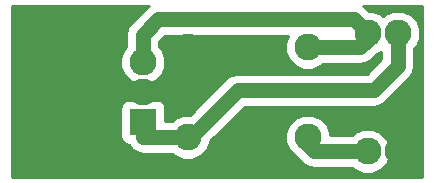
<source format=gbr>
G04 #@! TF.FileFunction,Copper,L2,Bot,Signal*
%FSLAX46Y46*%
G04 Gerber Fmt 4.6, Leading zero omitted, Abs format (unit mm)*
G04 Created by KiCad (PCBNEW 4.0.1-3.201512221401+6198~38~ubuntu15.10.1-stable) date mié 20 ene 2016 14:41:45 CET*
%MOMM*%
G01*
G04 APERTURE LIST*
%ADD10C,0.100000*%
%ADD11R,2.286000X2.286000*%
%ADD12C,2.286000*%
%ADD13C,1.270000*%
%ADD14C,0.250000*%
%ADD15C,0.254000*%
G04 APERTURE END LIST*
D10*
D11*
X139700000Y-109220000D03*
D12*
X139700000Y-106680000D03*
X139700000Y-104140000D03*
X158750000Y-111680000D03*
X161290000Y-111680000D03*
X161290000Y-101680000D03*
X158780000Y-101680000D03*
X143510000Y-102870000D03*
X153670000Y-102870000D03*
X143510000Y-110490000D03*
X153670000Y-110490000D03*
D13*
X153670000Y-110490000D02*
X153670000Y-111170000D01*
X153670000Y-111170000D02*
X154180000Y-111680000D01*
X154180000Y-111680000D02*
X158750000Y-111680000D01*
D14*
X158670000Y-111760000D02*
X158750000Y-111680000D01*
D13*
X143510000Y-110490000D02*
X143760000Y-110490000D01*
X143760000Y-110490000D02*
X147750000Y-106500000D01*
X161290000Y-104460000D02*
X161290000Y-101680000D01*
X159250000Y-106500000D02*
X161290000Y-104460000D01*
X147750000Y-106500000D02*
X159250000Y-106500000D01*
X139700000Y-109220000D02*
X139700000Y-110450000D01*
X139740000Y-110490000D02*
X143510000Y-110490000D01*
X139700000Y-110450000D02*
X139740000Y-110490000D01*
D14*
X161290000Y-101680000D02*
X161290000Y-101600000D01*
D13*
X153670000Y-102870000D02*
X158130000Y-102870000D01*
X158130000Y-102870000D02*
X158780000Y-102220000D01*
X158780000Y-102220000D02*
X158780000Y-101680000D01*
X139700000Y-104140000D02*
X139700000Y-101800000D01*
X157600000Y-100500000D02*
X158780000Y-101680000D01*
X141000000Y-100500000D02*
X157600000Y-100500000D01*
X139700000Y-101800000D02*
X141000000Y-100500000D01*
D15*
G36*
X140012172Y-99512172D02*
X138712172Y-100812172D01*
X138409340Y-101265391D01*
X138303000Y-101800000D01*
X138303000Y-102842835D01*
X138085961Y-103059495D01*
X137795332Y-103759410D01*
X137794670Y-104517265D01*
X138084078Y-105217686D01*
X138619495Y-105754039D01*
X139319410Y-106044668D01*
X140077265Y-106045330D01*
X140777686Y-105755922D01*
X141314039Y-105220505D01*
X141604668Y-104520590D01*
X141605330Y-103762735D01*
X141315922Y-103062314D01*
X141097000Y-102843009D01*
X141097000Y-102378656D01*
X141578656Y-101897000D01*
X152011321Y-101897000D01*
X151765332Y-102489410D01*
X151764670Y-103247265D01*
X152054078Y-103947686D01*
X152589495Y-104484039D01*
X153289410Y-104774668D01*
X154047265Y-104775330D01*
X154747686Y-104485922D01*
X154966991Y-104267000D01*
X158130000Y-104267000D01*
X158664609Y-104160660D01*
X159117828Y-103857828D01*
X159554432Y-103421224D01*
X159857686Y-103295922D01*
X159893000Y-103260670D01*
X159893000Y-103881344D01*
X158671344Y-105103000D01*
X147750000Y-105103000D01*
X147215391Y-105209340D01*
X146762172Y-105512172D01*
X143689188Y-108585156D01*
X143132735Y-108584670D01*
X142432314Y-108874078D01*
X142213009Y-109093000D01*
X141619928Y-109093000D01*
X141619928Y-108077000D01*
X141566795Y-107794620D01*
X141399908Y-107535271D01*
X141145269Y-107361283D01*
X140843000Y-107300072D01*
X138557000Y-107300072D01*
X138274620Y-107353205D01*
X138015271Y-107520092D01*
X137841283Y-107774731D01*
X137780072Y-108077000D01*
X137780072Y-110363000D01*
X137833205Y-110645380D01*
X138000092Y-110904729D01*
X138254731Y-111078717D01*
X138506255Y-111129652D01*
X138712172Y-111437828D01*
X138752172Y-111477828D01*
X139205391Y-111780660D01*
X139740000Y-111887000D01*
X142212835Y-111887000D01*
X142429495Y-112104039D01*
X143129410Y-112394668D01*
X143887265Y-112395330D01*
X144587686Y-112105922D01*
X145124039Y-111570505D01*
X145414668Y-110870590D01*
X145414670Y-110867265D01*
X151764670Y-110867265D01*
X152054078Y-111567686D01*
X152589495Y-112104039D01*
X152668017Y-112136644D01*
X152682172Y-112157828D01*
X153192172Y-112667828D01*
X153645391Y-112970660D01*
X154180000Y-113077000D01*
X157452835Y-113077000D01*
X157669495Y-113294039D01*
X158369410Y-113584668D01*
X159127265Y-113585330D01*
X159827686Y-113295922D01*
X160364039Y-112760505D01*
X160654668Y-112060590D01*
X160655330Y-111302735D01*
X160365922Y-110602314D01*
X159830505Y-110065961D01*
X159130590Y-109775332D01*
X158372735Y-109774670D01*
X157672314Y-110064078D01*
X157453009Y-110283000D01*
X155575181Y-110283000D01*
X155575330Y-110112735D01*
X155285922Y-109412314D01*
X154750505Y-108875961D01*
X154050590Y-108585332D01*
X153292735Y-108584670D01*
X152592314Y-108874078D01*
X152055961Y-109409495D01*
X151765332Y-110109410D01*
X151764670Y-110867265D01*
X145414670Y-110867265D01*
X145414720Y-110810936D01*
X148328656Y-107897000D01*
X159250000Y-107897000D01*
X159784609Y-107790660D01*
X160237828Y-107487828D01*
X162277828Y-105447828D01*
X162580660Y-104994609D01*
X162687000Y-104460000D01*
X162687000Y-102977165D01*
X162904039Y-102760505D01*
X163194668Y-102060590D01*
X163195330Y-101302735D01*
X162905922Y-100602314D01*
X162370505Y-100065961D01*
X161670590Y-99775332D01*
X160912735Y-99774670D01*
X160212314Y-100064078D01*
X160035161Y-100240922D01*
X159860505Y-100065961D01*
X159160590Y-99775332D01*
X158850717Y-99775061D01*
X158587828Y-99512172D01*
X158385529Y-99377000D01*
X163373000Y-99377000D01*
X163373000Y-113873000D01*
X128627000Y-113873000D01*
X128627000Y-99377000D01*
X140214471Y-99377000D01*
X140012172Y-99512172D01*
X140012172Y-99512172D01*
G37*
X140012172Y-99512172D02*
X138712172Y-100812172D01*
X138409340Y-101265391D01*
X138303000Y-101800000D01*
X138303000Y-102842835D01*
X138085961Y-103059495D01*
X137795332Y-103759410D01*
X137794670Y-104517265D01*
X138084078Y-105217686D01*
X138619495Y-105754039D01*
X139319410Y-106044668D01*
X140077265Y-106045330D01*
X140777686Y-105755922D01*
X141314039Y-105220505D01*
X141604668Y-104520590D01*
X141605330Y-103762735D01*
X141315922Y-103062314D01*
X141097000Y-102843009D01*
X141097000Y-102378656D01*
X141578656Y-101897000D01*
X152011321Y-101897000D01*
X151765332Y-102489410D01*
X151764670Y-103247265D01*
X152054078Y-103947686D01*
X152589495Y-104484039D01*
X153289410Y-104774668D01*
X154047265Y-104775330D01*
X154747686Y-104485922D01*
X154966991Y-104267000D01*
X158130000Y-104267000D01*
X158664609Y-104160660D01*
X159117828Y-103857828D01*
X159554432Y-103421224D01*
X159857686Y-103295922D01*
X159893000Y-103260670D01*
X159893000Y-103881344D01*
X158671344Y-105103000D01*
X147750000Y-105103000D01*
X147215391Y-105209340D01*
X146762172Y-105512172D01*
X143689188Y-108585156D01*
X143132735Y-108584670D01*
X142432314Y-108874078D01*
X142213009Y-109093000D01*
X141619928Y-109093000D01*
X141619928Y-108077000D01*
X141566795Y-107794620D01*
X141399908Y-107535271D01*
X141145269Y-107361283D01*
X140843000Y-107300072D01*
X138557000Y-107300072D01*
X138274620Y-107353205D01*
X138015271Y-107520092D01*
X137841283Y-107774731D01*
X137780072Y-108077000D01*
X137780072Y-110363000D01*
X137833205Y-110645380D01*
X138000092Y-110904729D01*
X138254731Y-111078717D01*
X138506255Y-111129652D01*
X138712172Y-111437828D01*
X138752172Y-111477828D01*
X139205391Y-111780660D01*
X139740000Y-111887000D01*
X142212835Y-111887000D01*
X142429495Y-112104039D01*
X143129410Y-112394668D01*
X143887265Y-112395330D01*
X144587686Y-112105922D01*
X145124039Y-111570505D01*
X145414668Y-110870590D01*
X145414670Y-110867265D01*
X151764670Y-110867265D01*
X152054078Y-111567686D01*
X152589495Y-112104039D01*
X152668017Y-112136644D01*
X152682172Y-112157828D01*
X153192172Y-112667828D01*
X153645391Y-112970660D01*
X154180000Y-113077000D01*
X157452835Y-113077000D01*
X157669495Y-113294039D01*
X158369410Y-113584668D01*
X159127265Y-113585330D01*
X159827686Y-113295922D01*
X160364039Y-112760505D01*
X160654668Y-112060590D01*
X160655330Y-111302735D01*
X160365922Y-110602314D01*
X159830505Y-110065961D01*
X159130590Y-109775332D01*
X158372735Y-109774670D01*
X157672314Y-110064078D01*
X157453009Y-110283000D01*
X155575181Y-110283000D01*
X155575330Y-110112735D01*
X155285922Y-109412314D01*
X154750505Y-108875961D01*
X154050590Y-108585332D01*
X153292735Y-108584670D01*
X152592314Y-108874078D01*
X152055961Y-109409495D01*
X151765332Y-110109410D01*
X151764670Y-110867265D01*
X145414670Y-110867265D01*
X145414720Y-110810936D01*
X148328656Y-107897000D01*
X159250000Y-107897000D01*
X159784609Y-107790660D01*
X160237828Y-107487828D01*
X162277828Y-105447828D01*
X162580660Y-104994609D01*
X162687000Y-104460000D01*
X162687000Y-102977165D01*
X162904039Y-102760505D01*
X163194668Y-102060590D01*
X163195330Y-101302735D01*
X162905922Y-100602314D01*
X162370505Y-100065961D01*
X161670590Y-99775332D01*
X160912735Y-99774670D01*
X160212314Y-100064078D01*
X160035161Y-100240922D01*
X159860505Y-100065961D01*
X159160590Y-99775332D01*
X158850717Y-99775061D01*
X158587828Y-99512172D01*
X158385529Y-99377000D01*
X163373000Y-99377000D01*
X163373000Y-113873000D01*
X128627000Y-113873000D01*
X128627000Y-99377000D01*
X140214471Y-99377000D01*
X140012172Y-99512172D01*
M02*

</source>
